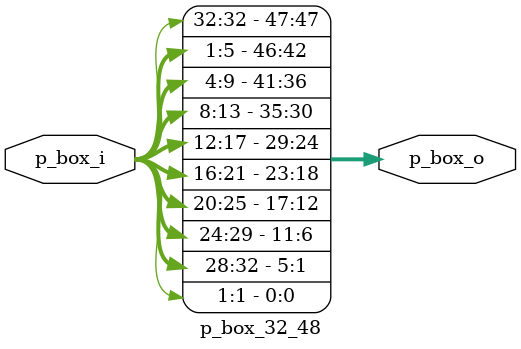
<source format=v>
module p_box_32_48 (
    input [1:32] p_box_i,
    output [1:48] p_box_o 
);
    //expands input to fiestel function to be XORed with sub-key
    assign p_box_o[1] = p_box_i[32];
    assign p_box_o[2] = p_box_i[1];
    assign p_box_o[3] = p_box_i[2];
    assign p_box_o[4] = p_box_i[3];
    assign p_box_o[5] = p_box_i[4];
    assign p_box_o[6] = p_box_i[5];
    assign p_box_o[7] = p_box_i[4];
    assign p_box_o[8] = p_box_i[5];
    assign p_box_o[9] = p_box_i[6];
    assign p_box_o[10] = p_box_i[7];
    assign p_box_o[11] = p_box_i[8];
    assign p_box_o[12] = p_box_i[9];
    assign p_box_o[13] = p_box_i[8];
    assign p_box_o[14] = p_box_i[9];
    assign p_box_o[15] = p_box_i[10];
    assign p_box_o[16] = p_box_i[11];
    assign p_box_o[17] = p_box_i[12];
    assign p_box_o[18] = p_box_i[13];
    assign p_box_o[19] = p_box_i[12];
    assign p_box_o[20] = p_box_i[13];
    assign p_box_o[21] = p_box_i[14];
    assign p_box_o[22] = p_box_i[15];
    assign p_box_o[23] = p_box_i[16];
    assign p_box_o[24] = p_box_i[17];
    assign p_box_o[25] = p_box_i[16];
    assign p_box_o[26] = p_box_i[17];
    assign p_box_o[27] = p_box_i[18];
    assign p_box_o[28] = p_box_i[19];
    assign p_box_o[29] = p_box_i[20];
    assign p_box_o[30] = p_box_i[21];
    assign p_box_o[31] = p_box_i[20];
    assign p_box_o[32] = p_box_i[21];
    assign p_box_o[33] = p_box_i[22];
    assign p_box_o[34] = p_box_i[23];
    assign p_box_o[35] = p_box_i[24];
    assign p_box_o[36] = p_box_i[25];
    assign p_box_o[37] = p_box_i[24];
    assign p_box_o[38] = p_box_i[25];
    assign p_box_o[39] = p_box_i[26];
    assign p_box_o[40] = p_box_i[27];
    assign p_box_o[41] = p_box_i[28];
    assign p_box_o[42] = p_box_i[29];
    assign p_box_o[43] = p_box_i[28];
    assign p_box_o[44] = p_box_i[29];
    assign p_box_o[45] = p_box_i[30];
    assign p_box_o[46] = p_box_i[31];
    assign p_box_o[47] = p_box_i[32];
    assign p_box_o[48] = p_box_i[1];
endmodule

</source>
